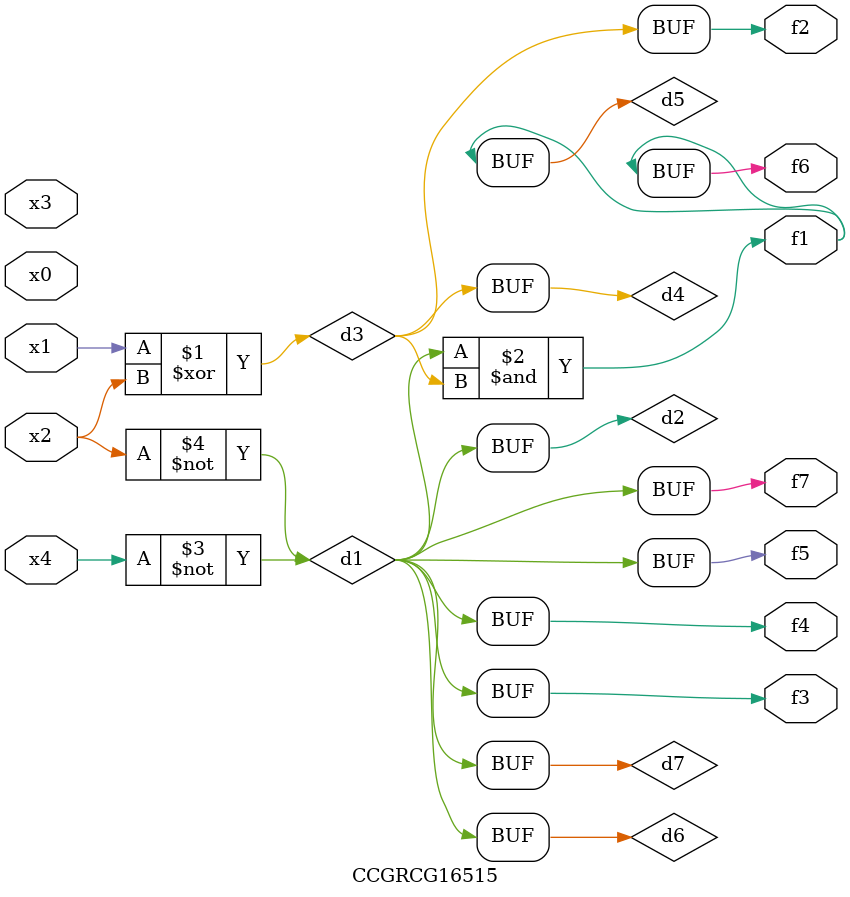
<source format=v>
module CCGRCG16515(
	input x0, x1, x2, x3, x4,
	output f1, f2, f3, f4, f5, f6, f7
);

	wire d1, d2, d3, d4, d5, d6, d7;

	not (d1, x4);
	not (d2, x2);
	xor (d3, x1, x2);
	buf (d4, d3);
	and (d5, d1, d3);
	buf (d6, d1, d2);
	buf (d7, d2);
	assign f1 = d5;
	assign f2 = d4;
	assign f3 = d7;
	assign f4 = d7;
	assign f5 = d7;
	assign f6 = d5;
	assign f7 = d7;
endmodule

</source>
